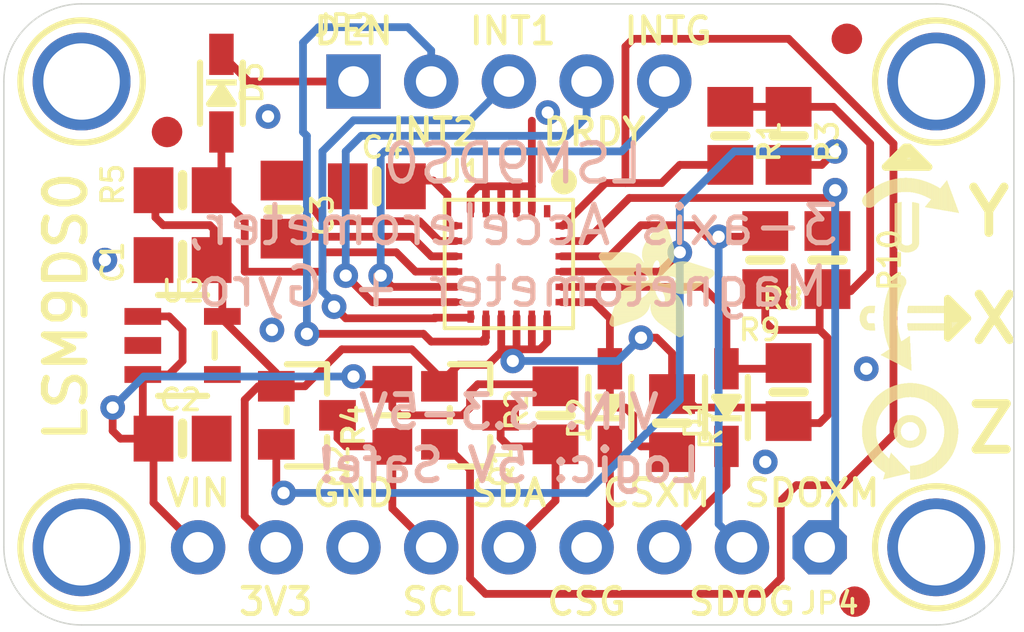
<source format=kicad_pcb>
(kicad_pcb (version 20211014) (generator pcbnew)
  (layers (0 "F.Cu" signal) (31 "B.Cu" signal) (34 "B.Paste" user) (35 "F.Paste" user) (36 "B.SilkS" user "B.Silkscreen") (37 "F.SilkS" user "F.Silkscreen") (38 "B.Mask" user) (39 "F.Mask" user) (44 "Edge.Cuts" user))
  (net 0 "")
  (net 1 "GND")
  (net 2 "VDD")
  (net 3 "SCL_3V")
  (net 4 "SDA_3V")
  (net 5 "SDA_5V")
  (net 6 "SCL_5V")
  (net 7 "VIN")
  (net 8 "DEN_5V")
  (net 9 "DEN_3V")
  (net 10 "CS_G")
  (net 11 "CS_XM")
  (net 12 "SDO_XM")
  (net 13 "SDO_G")
  (net 14 "INT_G")
  (net 15 "DRDY_G")
  (net 16 "INT1_XM")
  (net 17 "INT2_XM")
  (net 18 "N$1")
  (net 19 "N$2")
  (net 20 "N$3")
  (net 21 "CS_G_5V")
  (net 22 "CS_XM_5V")
  (footprint "boardEagle:1X09_ROUND_70" (layer "F.Cu") (at 148.5011 112.6236 180)
    (fp_text reference "JP4" (at -11.5062 -1.8288) (layer "F.SilkS") (effects (font (size 0.692831 0.692831) (thickness 0.119969)) (justify right)))
    (fp_text value "PowerIO")
    (pad "1" thru_hole roundrect (at -10.16 0 270) (size 1.778 1.778) (drill 1) (layers *.Cu *.Mask) (chamfer_ratio 0.2928932188) (chamfer top_left top_right bottom_left bottom_right) (net 12 "SDO_XM"))
    (pad "2" thru_hole circle (at -7.62 0 270) (size 1.778 1.778) (drill 1) (layers *.Cu *.Mask) (net 13 "SDO_G"))
    (pad "3" thru_hole circle (at -5.08 0 270) (size 1.778 1.778) (drill 1) (layers *.Cu *.Mask) (net 22 "CS_XM_5V"))
    (pad "4" thru_hole circle (at -2.54 0 270) (size 1.778 1.778) (drill 1) (layers *.Cu *.Mask) (net 21 "CS_G_5V"))
    (pad "5" thru_hole circle (at 0 0 270) (size 1.778 1.778) (drill 1) (layers *.Cu *.Mask) (net 5 "SDA_5V"))
    (pad "6" thru_hole circle (at 2.54 0 270) (size 1.778 1.778) (drill 1) (layers *.Cu *.Mask) (net 6 "SCL_5V"))
    (pad "7" thru_hole circle (at 5.08 0 270) (size 1.778 1.778) (drill 1) (layers *.Cu *.Mask) (net 1 "GND"))
    (pad "8" thru_hole circle (at 7.62 0 270) (size 1.778 1.778) (drill 1) (layers *.Cu *.Mask) (net 2 "VDD"))
    (pad "9" thru_hole circle (at 10.16 0 270) (size 1.778 1.778) (drill 1) (layers *.Cu *.Mask) (net 7 "VIN"))
  )
  (footprint "boardEagle:FIDUCIAL_1MM" (layer "F.Cu") (at 137.3251 99.0346)
    (fp_text reference "FID1" hide)
    (fp_text value "FIDUCIAL\"\"" hide)
    (pad "1" smd roundrect (at 0 0) (size 1 1) (layers "F.Cu" "F.Mask") (roundrect_rratio 0.5))
  )
  (footprint "boardEagle:LGA24_4X4MM" (layer "F.Cu") (at 148.5011 103.3526 180)
    (fp_text reference "U1" (at 0.794 3.034) (layer "F.SilkS") (effects (font (size 0.692831 0.692831) (thickness 0.119969)) (justify right)))
    (fp_text value "LSM9DS0TR")
    (pad "1" smd rect (at -1.25 1.725 270) (size 0.4 0.21) (layers "F.Cu" "F.Paste" "F.Mask"))
    (pad "2" smd rect (at -0.75 1.725 270) (size 0.4 0.21) (layers "F.Cu" "F.Paste" "F.Mask") (net 1 "GND"))
    (pad "3" smd rect (at -0.25 1.725 270) (size 0.4 0.21) (layers "F.Cu" "F.Paste" "F.Mask") (net 1 "GND"))
    (pad "4" smd rect (at 0.25 1.725 270) (size 0.4 0.21) (layers "F.Cu" "F.Paste" "F.Mask") (net 1 "GND"))
    (pad "5" smd rect (at 0.75 1.725 270) (size 0.4 0.21) (layers "F.Cu" "F.Paste" "F.Mask") (net 1 "GND"))
    (pad "6" smd rect (at 1.25 1.725 270) (size 0.4 0.21) (layers "F.Cu" "F.Paste" "F.Mask") (net 1 "GND"))
    (pad "7" smd rect (at 1.725 1.25) (size 0.4 0.21) (layers "F.Cu" "F.Paste" "F.Mask") (net 20 "N$3"))
    (pad "8" smd rect (at 1.725 0.75) (size 0.4 0.21) (layers "F.Cu" "F.Paste" "F.Mask") (net 18 "N$1"))
    (pad "9" smd rect (at 1.725 0.25) (size 0.4 0.21) (layers "F.Cu" "F.Paste" "F.Mask") (net 19 "N$2"))
    (pad "10" smd rect (at 1.725 -0.25) (size 0.4 0.21) (layers "F.Cu" "F.Paste" "F.Mask") (net 9 "DEN_3V"))
    (pad "11" smd rect (at 1.725 -0.75) (size 0.4 0.21) (layers "F.Cu" "F.Paste" "F.Mask") (net 14 "INT_G"))
    (pad "12" smd rect (at 1.725 -1.25) (size 0.4 0.21) (layers "F.Cu" "F.Paste" "F.Mask") (net 15 "DRDY_G"))
    (pad "13" smd rect (at 1.25 -1.725 90) (size 0.4 0.21) (layers "F.Cu" "F.Paste" "F.Mask") (net 16 "INT1_XM"))
    (pad "14" smd rect (at 0.75 -1.725 90) (size 0.4 0.21) (layers "F.Cu" "F.Paste" "F.Mask") (net 17 "INT2_XM"))
    (pad "15" smd rect (at 0.25 -1.725 90) (size 0.4 0.21) (layers "F.Cu" "F.Paste" "F.Mask") (net 2 "VDD"))
    (pad "16" smd rect (at -0.25 -1.725 90) (size 0.4 0.21) (layers "F.Cu" "F.Paste" "F.Mask") (net 2 "VDD"))
    (pad "17" smd rect (at -0.75 -1.725 90) (size 0.4 0.21) (layers "F.Cu" "F.Paste" "F.Mask") (net 2 "VDD"))
    (pad "18" smd rect (at -1.25 -1.725 90) (size 0.4 0.21) (layers "F.Cu" "F.Paste" "F.Mask") (net 2 "VDD"))
    (pad "19" smd rect (at -1.725 -1.25 180) (size 0.4 0.21) (layers "F.Cu" "F.Paste" "F.Mask") (net 10 "CS_G"))
    (pad "20" smd rect (at -1.725 -0.75 180) (size 0.4 0.21) (layers "F.Cu" "F.Paste" "F.Mask") (net 11 "CS_XM"))
    (pad "21" smd rect (at -1.725 -0.25 180) (size 0.4 0.21) (layers "F.Cu" "F.Paste" "F.Mask") (net 3 "SCL_3V"))
    (pad "22" smd rect (at -1.725 0.25 180) (size 0.4 0.21) (layers "F.Cu" "F.Paste" "F.Mask") (net 13 "SDO_G"))
    (pad "23" smd rect (at -1.725 0.75 180) (size 0.4 0.21) (layers "F.Cu" "F.Paste" "F.Mask") (net 12 "SDO_XM"))
    (pad "24" smd rect (at -1.725 1.25 180) (size 0.4 0.21) (layers "F.Cu" "F.Paste" "F.Mask") (net 4 "SDA_3V"))
  )
  (footprint "boardEagle:0805-NO" (layer "F.Cu") (at 137.8331 100.9396 180)
    (fp_text reference "R5" (at 2.286 -0.5715 90) (layer "F.SilkS") (effects (font (size 0.692831 0.692831) (thickness 0.119969)) (justify left)))
    (fp_text value "10K")
    (pad "1" smd rect (at -0.95 0 180) (size 1.3 1.5) (layers "F.Cu" "F.Paste" "F.Mask") (net 9 "DEN_3V"))
    (pad "2" smd rect (at 0.95 0 180) (size 1.3 1.5) (layers "F.Cu" "F.Paste" "F.Mask") (net 2 "VDD"))
  )
  (footprint "boardEagle:SYMBOL_GYROXYZ_YREV_10MM" (layer "F.Cu") (at 159.9311 100.1776 -90)
    (fp_text reference "U$14" hide)
    (fp_text value "" hide)
  )
  (footprint "boardEagle:MOUNTINGHOLE_2.5_PLATED" (layer "F.Cu") (at 134.5311 97.3836)
    (fp_text reference "U$7" hide)
    (fp_text value "MOUNTINGHOLE2.5" hide)
    (pad "P$1" thru_hole circle (at 0 0) (size 3.2 3.2) (drill 2.5) (layers *.Cu *.Mask))
  )
  (footprint "boardEagle:SOD-323" (layer "F.Cu") (at 151.8031 108.0516 90)
    (fp_text reference "D2" (at -1.1 -1 90) (layer "F.SilkS") (effects (font (size 0.692831 0.692831) (thickness 0.119969)) (justify left)))
    (fp_text value "1N4148")
    (pad "A" smd rect (at 1.27 0 90) (size 1.35 0.8) (layers "F.Cu" "F.Paste" "F.Mask") (net 10 "CS_G"))
    (pad "C" smd rect (at -1.27 0 90) (size 1.35 0.8) (layers "F.Cu" "F.Paste" "F.Mask") (net 21 "CS_G_5V"))
  )
  (footprint "boardEagle:0805-NO" (layer "F.Cu") (at 150.0251 108.3056 90)
    (fp_text reference "R2" (at -0.5715 -1.27 90) (layer "F.SilkS") (effects (font (size 0.692831 0.692831) (thickness 0.119969)) (justify left)))
    (fp_text value "10K")
    (pad "1" smd rect (at -0.95 0 90) (size 1.3 1.5) (layers "F.Cu" "F.Paste" "F.Mask") (net 5 "SDA_5V"))
    (pad "2" smd rect (at 0.95 0 90) (size 1.3 1.5) (layers "F.Cu" "F.Paste" "F.Mask") (net 7 "VIN"))
  )
  (footprint "boardEagle:0805-NO" (layer "F.Cu") (at 157.6451 107.5436 90)
    (fp_text reference "R8" (at 3.048 0.5715) (layer "F.SilkS") (effects (font (size 0.692831 0.692831) (thickness 0.119969)) (justify right)))
    (fp_text value "10K")
    (pad "1" smd rect (at -0.95 0 90) (size 1.3 1.5) (layers "F.Cu" "F.Paste" "F.Mask") (net 2 "VDD"))
    (pad "2" smd rect (at 0.95 0 90) (size 1.3 1.5) (layers "F.Cu" "F.Paste" "F.Mask") (net 11 "CS_XM"))
  )
  (footprint "boardEagle:0805-NO" (layer "F.Cu") (at 137.8331 103.2256 180)
    (fp_text reference "C1" (at 2.286 -0.8255 90) (layer "F.SilkS") (effects (font (size 0.692831 0.692831) (thickness 0.119969)) (justify left)))
    (fp_text value "10µF")
    (pad "1" smd rect (at -0.95 0 180) (size 1.3 1.5) (layers "F.Cu" "F.Paste" "F.Mask") (net 2 "VDD"))
    (pad "2" smd rect (at 0.95 0 180) (size 1.3 1.5) (layers "F.Cu" "F.Paste" "F.Mask") (net 1 "GND"))
  )
  (footprint "boardEagle:SOD-323" (layer "F.Cu") (at 139.1031 97.7646 -90)
    (fp_text reference "D3" (at -1.1 -1 90) (layer "F.SilkS") (effects (font (size 0.692831 0.692831) (thickness 0.119969)) (justify right)))
    (fp_text value "1N4148")
    (pad "A" smd rect (at 1.27 0 270) (size 1.35 0.8) (layers "F.Cu" "F.Paste" "F.Mask") (net 9 "DEN_3V"))
    (pad "C" smd rect (at -1.27 0 270) (size 1.35 0.8) (layers "F.Cu" "F.Paste" "F.Mask") (net 8 "DEN_5V"))
  )
  (footprint "boardEagle:0805-NO" (layer "F.Cu") (at 144.1831 100.8126 180)
    (fp_text reference "C4" (at 0.5715 1.27) (layer "F.SilkS") (effects (font (size 0.692831 0.692831) (thickness 0.119969)) (justify left)))
    (fp_text value "10uF")
    (pad "1" smd rect (at -0.95 0 180) (size 1.3 1.5) (layers "F.Cu" "F.Paste" "F.Mask") (net 20 "N$3"))
    (pad "2" smd rect (at 0.95 0 180) (size 1.3 1.5) (layers "F.Cu" "F.Paste" "F.Mask") (net 1 "GND"))
  )
  (footprint "boardEagle:1X05_ROUND_70" (layer "F.Cu") (at 148.5011 97.3836)
    (fp_text reference "JP2" (at -6.4262 -1.8288) (layer "F.SilkS") (effects (font (size 0.692831 0.692831) (thickness 0.119969)) (justify left)))
    (fp_text value "")
    (pad "1" thru_hole rect (at -5.08 0 90) (size 1.778 1.778) (drill 1) (layers *.Cu *.Mask) (net 8 "DEN_5V"))
    (pad "2" thru_hole circle (at -2.54 0 90) (size 1.778 1.778) (drill 1) (layers *.Cu *.Mask) (net 17 "INT2_XM"))
    (pad "3" thru_hole circle (at 0 0 90) (size 1.778 1.778) (drill 1) (layers *.Cu *.Mask) (net 16 "INT1_XM"))
    (pad "4" thru_hole circle (at 2.54 0 90) (size 1.778 1.778) (drill 1) (layers *.Cu *.Mask) (net 15 "DRDY_G"))
    (pad "5" thru_hole circle (at 5.08 0 90) (size 1.778 1.778) (drill 1) (layers *.Cu *.Mask) (net 14 "INT_G"))
  )
  (footprint "boardEagle:FIDUCIAL_1MM" (layer "F.Cu") (at 159.5501 95.9866)
    (fp_text reference "FID3" hide)
    (fp_text value "FIDUCIAL\"\"" hide)
    (pad "1" smd roundrect (at 0 0) (size 1 1) (layers "F.Cu" "F.Mask") (roundrect_rratio 0.5))
  )
  (footprint "boardEagle:MOUNTINGHOLE_2.5_PLATED" (layer "F.Cu") (at 162.4711 97.3836)
    (fp_text reference "U$6" hide)
    (fp_text value "MOUNTINGHOLE2.5" hide)
    (pad "P$1" thru_hole circle (at 0 0) (size 3.2 3.2) (drill 2.5) (layers *.Cu *.Mask))
  )
  (footprint "boardEagle:0805-NO" (layer "F.Cu") (at 141.1351 101.5746 -90)
    (fp_text reference "C3" (at -0.5715 -1.27 90) (layer "F.SilkS") (effects (font (size 0.692831 0.692831) (thickness 0.119969)) (justify right)))
    (fp_text value "0.22uF")
    (pad "1" smd rect (at -0.95 0 270) (size 1.3 1.5) (layers "F.Cu" "F.Paste" "F.Mask") (net 18 "N$1"))
    (pad "2" smd rect (at 0.95 0 270) (size 1.3 1.5) (layers "F.Cu" "F.Paste" "F.Mask") (net 19 "N$2"))
  )
  (footprint "boardEagle:SOT23-WIDE" (layer "F.Cu") (at 141.8971 108.3056 -90)
    (fp_text reference "Q2" (at 0.889 -1.016 90) (layer "F.SilkS") (effects (font (size 0.692831 0.692831) (thickness 0.119969)) (justify right)))
    (fp_text value "BSS138")
    (pad "1" smd rect (at -0.95 1 270) (size 1 1.2) (layers "F.Cu" "F.Paste" "F.Mask") (net 2 "VDD"))
    (pad "2" smd rect (at 0.95 1 270) (size 1 1.2) (layers "F.Cu" "F.Paste" "F.Mask") (net 3 "SCL_3V"))
    (pad "3" smd rect (at 0 -1 270) (size 1 1.2) (layers "F.Cu" "F.Paste" "F.Mask") (net 6 "SCL_5V"))
  )
  (footprint "boardEagle:SOD-323" (layer "F.Cu") (at 155.6131 108.0516 90)
    (fp_text reference "D1" (at -1.1 -1 90) (layer "F.SilkS") (effects (font (size 0.692831 0.692831) (thickness 0.119969)) (justify left)))
    (fp_text value "1N4148")
    (pad "A" smd rect (at 1.27 0 90) (size 1.35 0.8) (layers "F.Cu" "F.Paste" "F.Mask") (net 11 "CS_XM"))
    (pad "C" smd rect (at -1.27 0 90) (size 1.35 0.8) (layers "F.Cu" "F.Paste" "F.Mask") (net 22 "CS_XM_5V"))
  )
  (footprint "boardEagle:FIDUCIAL_1MM" (layer "F.Cu") (at 159.8041 114.4016)
    (fp_text reference "FID2" hide)
    (fp_text value "FIDUCIAL\"\"" hide)
    (pad "1" smd roundrect (at 0 0) (size 1 1) (layers "F.Cu" "F.Mask") (roundrect_rratio 0.5))
  )
  (footprint "boardEagle:0805-NO" (layer "F.Cu") (at 157.6451 99.1616 90)
    (fp_text reference "R3" (at 0.5715 1.27 90) (layer "F.SilkS") (effects (font (size 0.692831 0.692831) (thickness 0.119969)) (justify right)))
    (fp_text value "10K")
    (pad "1" smd rect (at -0.95 0 90) (size 1.3 1.5) (layers "F.Cu" "F.Paste" "F.Mask") (net 3 "SCL_3V"))
    (pad "2" smd rect (at 0.95 0 90) (size 1.3 1.5) (layers "F.Cu" "F.Paste" "F.Mask") (net 2 "VDD"))
  )
  (footprint "boardEagle:ADAFRUIT_3.5MM" (layer "F.Cu") (at 151.4221 105.7656)
    (fp_text reference "U$23" hide)
    (fp_text value "" hide)
  )
  (footprint "boardEagle:MOUNTINGHOLE_2.5_PLATED" (layer "F.Cu") (at 162.4711 112.6236)
    (fp_text reference "U$5" hide)
    (fp_text value "MOUNTINGHOLE2.5" hide)
    (pad "P$1" thru_hole circle (at 0 0) (size 3.2 3.2) (drill 2.5) (layers *.Cu *.Mask))
  )
  (footprint "boardEagle:_0805MP" (layer "F.Cu") (at 144.6911 108.3056 90)
    (fp_text reference "R4" (at -1.0795 -1.27 90) (layer "F.SilkS") (effects (font (size 0.692831 0.692831) (thickness 0.119969)) (justify left)))
    (fp_text value "10K")
    (pad "1" smd rect (at -1.016 0 90) (size 1.2 1.3) (layers "F.Cu" "F.Paste" "F.Mask") (net 6 "SCL_5V"))
    (pad "2" smd rect (at 1.016 0 90) (size 1.2 1.3) (layers "F.Cu" "F.Paste" "F.Mask") (net 7 "VIN"))
  )
  (footprint "boardEagle:MOUNTINGHOLE_2.5_PLATED" (layer "F.Cu") (at 134.5311 112.6236)
    (fp_text reference "U$4" hide)
    (fp_text value "MOUNTINGHOLE2.5" hide)
    (pad "P$1" thru_hole circle (at 0 0) (size 3.2 3.2) (drill 2.5) (layers *.Cu *.Mask))
  )
  (footprint "boardEagle:SOT23-WIDE" (layer "F.Cu") (at 147.2311 108.3056 -90)
    (fp_text reference "Q1" (at 0.889 -1.016 90) (layer "F.SilkS") (effects (font (size 0.692831 0.692831) (thickness 0.119969)) (justify right)))
    (fp_text value "BSS138")
    (pad "1" smd rect (at -0.95 1 270) (size 1 1.2) (layers "F.Cu" "F.Paste" "F.Mask") (net 2 "VDD"))
    (pad "2" smd rect (at 0.95 1 270) (size 1 1.2) (layers "F.Cu" "F.Paste" "F.Mask") (net 4 "SDA_3V"))
    (pad "3" smd rect (at 0 -1 270) (size 1 1.2) (layers "F.Cu" "F.Paste" "F.Mask") (net 5 "SDA_5V"))
  )
  (footprint "boardEagle:0805-NO" (layer "F.Cu") (at 137.8331 109.0676)
    (fp_text reference "C2" (at -0.8255 -1.27) (layer "F.SilkS") (effects (font (size 0.692831 0.692831) (thickness 0.119969)) (justify left)))
    (fp_text value "10µF")
    (pad "1" smd rect (at -0.95 0) (size 1.3 1.5) (layers "F.Cu" "F.Paste" "F.Mask") (net 7 "VIN"))
    (pad "2" smd rect (at 0.95 0) (size 1.3 1.5) (layers "F.Cu" "F.Paste" "F.Mask") (net 1 "GND"))
  )
  (footprint "boardEagle:SOT23-5" (layer "F.Cu") (at 137.8331 106.0196 -90)
    (fp_text reference "U2" (at -1.778 0.762) (layer "F.SilkS") (effects (font (size 0.692831 0.692831) (thickness 0.119969)) (justify left)))
    (fp_text value "MIC5225-3.3")
    (pad "1" smd rect (at -0.95 1.3001 270) (size 0.55 1.2) (layers "F.Cu" "F.Paste" "F.Mask") (net 7 "VIN"))
    (pad "2" smd rect (at 0 1.3001 270) (size 0.55 1.2) (layers "F.Cu" "F.Paste" "F.Mask") (net 1 "GND"))
    (pad "3" smd rect (at 0.95 1.3001 270) (size 0.55 1.2) (layers "F.Cu" "F.Paste" "F.Mask") (net 7 "VIN"))
    (pad "4" smd rect (at 0.95 -1.3001 270) (size 0.55 1.2) (layers "F.Cu" "F.Paste" "F.Mask"))
    (pad "5" smd rect (at -0.95 -1.3001 270) (size 0.55 1.2) (layers "F.Cu" "F.Paste" "F.Mask") (net 2 "VDD"))
  )
  (footprint "boardEagle:0805-NO" (layer "F.Cu") (at 156.8831 103.2256 90)
    (fp_text reference "R9" (at -2.286 0.5715) (layer "F.SilkS") (effects (font (size 0.692831 0.692831) (thickness 0.119969)) (justify right)))
    (fp_text value "10K")
    (pad "1" smd rect (at -0.95 0 90) (size 1.3 1.5) (layers "F.Cu" "F.Paste" "F.Mask") (net 2 "VDD"))
    (pad "2" smd rect (at 0.95 0 90) (size 1.3 1.5) (layers "F.Cu" "F.Paste" "F.Mask") (net 13 "SDO_G"))
  )
  (footprint "boardEagle:0805-NO" (layer "F.Cu") (at 153.8351 108.5596 -90)
    (fp_text reference "R7" (at -0.5715 -1.27 90) (layer "F.SilkS") (effects (font (size 0.692831 0.692831) (thickness 0.119969)) (justify right)))
    (fp_text value "10K")
    (pad "1" smd rect (at -0.95 0 270) (size 1.3 1.5) (layers "F.Cu" "F.Paste" "F.Mask") (net 2 "VDD"))
    (pad "2" smd rect (at 0.95 0 270) (size 1.3 1.5) (layers "F.Cu" "F.Paste" "F.Mask") (net 10 "CS_G"))
  )
  (footprint "boardEagle:0805-NO" (layer "F.Cu") (at 158.9151 103.2256 90)
    (fp_text reference "R10" (at -1.0795 2.032 90) (layer "F.SilkS") (effects (font (size 0.692831 0.692831) (thickness 0.119969)) (justify left)))
    (fp_text value "10K")
    (pad "1" smd rect (at -0.95 0 90) (size 1.3 1.5) (layers "F.Cu" "F.Paste" "F.Mask") (net 2 "VDD"))
    (pad "2" smd rect (at 0.95 0 90) (size 1.3 1.5) (layers "F.Cu" "F.Paste" "F.Mask") (net 12 "SDO_XM"))
  )
  (footprint "boardEagle:0805-NO" (layer "F.Cu") (at 155.7401 99.1616 90)
    (fp_text reference "R1" (at 0.5715 1.27 90) (layer "F.SilkS") (effects (font (size 0.692831 0.692831) (thickness 0.119969)) (justify right)))
    (fp_text value "10K")
    (pad "1" smd rect (at -0.95 0 90) (size 1.3 1.5) (layers "F.Cu" "F.Paste" "F.Mask") (net 4 "SDA_3V"))
    (pad "2" smd rect (at 0.95 0 90) (size 1.3 1.5) (layers "F.Cu" "F.Paste" "F.Mask") (net 2 "VDD"))
  )
  (gr_line (start 162.8521 104.4956) (end 162.8521 104.7496) (layer "F.SilkS") (width 0.254))
  (gr_line (start 161.0741 100.0506) (end 161.2011 100.0506) (layer "F.SilkS") (width 0.254))
  (gr_line (start 162.8521 105.7656) (end 163.4871 105.1306) (layer "F.SilkS") (width 0.254))
  (gr_line (start 162.8521 104.7496) (end 162.8521 105.7656) (layer "F.SilkS") (width 0.254))
  (gr_line (start 161.4551 99.5426) (end 160.8201 100.1776) (layer "F.SilkS") (width 0.254))
  (gr_line (start 161.5821 99.6696) (end 161.2011 100.0506) (layer "F.SilkS") (width 0.254))
  (gr_line (start 162.8521 104.7496) (end 163.2331 105.1306) (layer "F.SilkS") (width 0.254))
  (gr_line (start 161.5821 99.5426) (end 161.4551 99.5426) (layer "F.SilkS") (width 0.254))
  (gr_line (start 161.2011 100.0506) (end 161.8361 100.0506) (layer "F.SilkS") (width 0.254))
  (gr_line (start 163.2331 105.1306) (end 162.9791 105.1306) (layer "F.SilkS") (width 0.254))
  (gr_line (start 162.2171 100.1776) (end 161.5821 99.5426) (layer "F.SilkS") (width 0.254))
  (gr_line (start 161.8361 99.9236) (end 161.5821 99.6696) (layer "F.SilkS") (width 0.254))
  (gr_line (start 163.4871 105.1306) (end 162.8521 104.4956) (layer "F.SilkS") (width 0.254))
  (gr_line (start 161.8361 100.0506) (end 161.8361 99.9236) (layer "F.SilkS") (width 0.254))
  (gr_line (start 160.8201 100.1776) (end 162.2171 100.1776) (layer "F.SilkS") (width 0.254))
  (gr_line (start 165.0111 97.3836) (end 165.0111 112.6236) (layer "Edge.Cuts") (width 0.05))
  (gr_arc (start 162.4711 94.8436) (mid 164.267151 95.587549) (end 165.0111 97.3836) (layer "Edge.Cuts") (width 0.05))
  (gr_line (start 134.5311 94.8436) (end 162.4711 94.8436) (layer "Edge.Cuts") (width 0.05))
  (gr_arc (start 134.5311 115.1636) (mid 132.735049 114.419651) (end 131.9911 112.6236) (layer "Edge.Cuts") (width 0.05))
  (gr_arc (start 131.9911 97.3836) (mid 132.735049 95.587549) (end 134.5311 94.8436) (layer "Edge.Cuts") (width 0.05))
  (gr_line (start 131.9911 112.6236) (end 131.9911 97.3836) (layer "Edge.Cuts") (width 0.05))
  (gr_line (start 162.4711 115.1636) (end 134.5311 115.1636) (layer "Edge.Cuts") (width 0.05))
  (gr_arc (start 165.0111 112.6236) (mid 164.267151 114.419651) (end 162.4711 115.1636) (layer "Edge.Cuts") (width 0.05))
  (gr_text "VIN: 3.3-5V\nLogic: 5V Safe!" (at 148.5011 109.0676) (layer "B.SilkS") (effects (font (size 1.0795 1.0795) (thickness 0.1905)) (justify mirror)))
  (gr_text "LSM9DS0\n3-axis Accelerometer,\nMagnetometer + Gyro" (at 148.6281 102.0826) (layer "B.SilkS") (effects (font (size 1.251712 1.251712) (thickness 0.170688)) (justify mirror)))
  (gr_text "INT2" (at 146.0881 99.0346) (layer "F.SilkS") (effects (font (size 0.8636 0.8636) (thickness 0.1524))))
  (gr_text "DRDY" (at 151.2951 99.0346) (layer "F.SilkS") (effects (font (size 0.8636 0.8636) (thickness 0.1524))))
  (gr_text "DEN" (at 143.4211 95.7326) (layer "F.SilkS") (effects (font (size 0.8636 0.8636) (thickness 0.1524))))
  (gr_text "CSG" (at 151.0411 114.4016) (layer "F.SilkS") (effects (font (size 0.8636 0.8636) (thickness 0.1524))))
  (gr_text "CSXM" (at 153.3271 110.8456) (layer "F.SilkS") (effects (font (size 0.8636 0.8636) (thickness 0.1524))))
  (gr_text "SDA" (at 148.5011 110.8456) (layer "F.SilkS") (effects (font (size 0.8636 0.8636) (thickness 0.1524))))
  (gr_text "X" (at 164.3701 105.1556) (layer "F.SilkS") (effects (font (size 1.49352 1.49352) (thickness 0.28448))))
  (gr_text "Z" (at 164.2691 108.7386) (layer "F.SilkS") (effects (font (size 1.49352 1.49352) (thickness 0.28448))))
  (gr_text "SCL" (at 146.2151 114.4016) (layer "F.SilkS") (effects (font (size 0.8636 0.8636) (thickness 0.1524))))
  (gr_text "SDOG" (at 156.1211 114.4016) (layer "F.SilkS") (effects (font (size 0.8636 0.8636) (thickness 0.1524))))
  (gr_text "Y" (at 164.1921 101.6496) (layer "F.SilkS") (effects (font (size 1.49352 1.49352) (thickness 0.28448))))
  (gr_text "INTG" (at 153.7081 95.7326) (layer "F.SilkS") (effects (font (size 0.8636 0.8636) (thickness 0.1524))))
  (gr_text "3V3" (at 140.8811 114.4016) (layer "F.SilkS") (effects (font (size 0.8636 0.8636) (thickness 0.1524))))
  (gr_text "GND" (at 143.4211 110.8456) (layer "F.SilkS") (effects (font (size 0.8636 0.8636) (thickness 0.1524))))
  (gr_text "LSM9DS0" (at 134.0231 104.7496 90) (layer "F.SilkS") (effects (font (size 1.2954 1.2954) (thickness 0.2286))))
  (gr_text "VIN" (at 138.3411 110.8456) (layer "F.SilkS") (effects (font (size 0.8636 0.8636) (thickness 0.1524))))
  (gr_text "INT1" (at 148.6281 95.7326) (layer "F.SilkS") (effects (font (size 0.8636 0.8636) (thickness 0.1524))))
  (gr_text "SDOXM" (at 158.4071 110.8456) (layer "F.SilkS") (effects (font (size 0.8636 0.8636) (thickness 0.1524))))
  (segment (start 147.7511 100.8246) (end 147.7391 100.8126) (width 0.254) (layer "F.Cu") (net 1))
  (segment (start 148.7511 100.8166) (end 148.7551 100.8126) (width 0.254) (layer "F.Cu") (net 1))
  (segment (start 147.7511 101.6276) (end 147.7511 100.8246) (width 0.254) (layer "F.Cu") (net 1))
  (segment (start 149.2511 100.8126) (end 149.2511 98.6656) (width 0.254) (layer "F.Cu") (net 1))
  (segment (start 149.2511 101.6276) (end 149.2511 100.8126) (width 0.254) (layer "F.Cu") (net 1))
  (segment (start 148.2511 100.8166) (end 148.2471 100.8126) (width 0.254) (layer "F.Cu") (net 1))
  (segment (start 148.7511 101.6276) (end 148.7511 100.8166) (width 0.254) (layer "F.Cu") (net 1))
  (segment (start 147.4851 100.8126) (end 147.7391 100.8126) (width 0.254) (layer "F.Cu") (net 1))
  (segment (start 148.7551 100.8126) (end 149.2511 100.8126) (width 0.254) (layer "F.Cu") (net 1))
  (segment (start 147.2511 101.0466) (end 147.4851 100.8126) (width 0.254) (layer "F.Cu") (net 1))
  (segment (start 148.2471 100.8126) (end 148.7551 100.8126) (width 0.254) (layer "F.Cu") (net 1))
  (segment (start 147.7391 100.8126) (end 148.2471 100.8126) (width 0.254) (layer "F.Cu") (net 1))
  (segment (start 148.2511 101.6276) (end 148.2511 100.8166) (width 0.254) (layer "F.Cu") (net 1))
  (segment (start 147.2511 101.6276) (end 147.2511 101.0466) (width 0.254) (layer "F.Cu") (net 1))
  (via (at 135.2931 103.2256) (size 0.8064) (drill 0.4) (layers "F.Cu" "B.Cu") (net 1))
  (via (at 160.1851 106.7816) (size 0.8064) (drill 0.4) (layers "F.Cu" "B.Cu") (net 1))
  (via (at 149.7711 98.3996) (size 0.8064) (drill 0.4) (layers "F.Cu" "B.Cu") (net 1))
  (via (at 140.7541 105.5116) (size 0.8064) (drill 0.4) (layers "F.Cu" "B.Cu") (net 1))
  (via (at 156.8831 109.8296) (size 0.8064) (drill 0.4) (layers "F.Cu" "B.Cu") (net 1))
  (via (at 140.6271 98.5266) (size 0.8064) (drill 0.4) (layers "F.Cu" "B.Cu") (net 1))
  (segment (start 158.9151 108.3056) (end 158.6611 108.5596) (width 0.254) (layer "F.Cu") (net 2))
  (segment (start 158.6611 104.4296) (end 158.9151 104.1756) (width 0.254) (layer "F.Cu") (net 2))
  (segment (start 160.3121 99.4156) (end 160.3121 103.6066) (width 0.254) (layer "F.Cu") (net 2))
  (segment (start 159.6771 104.2416) (end 158.9811 104.2416) (width 0.254) (layer "F.Cu") (net 2))
  (segment (start 140.8811 106.9086) (end 139.1332 105.1607) (width 0.254) (layer "F.Cu") (net 2))
  (segment (start 157.2031 108.0516) (end 157.6451 108.4936) (width 0.254) (layer "F.Cu") (net 2))
  (segment (start 153.3271 105.7656) (end 152.8191 105.7656) (width 0.254) (layer "F.Cu") (net 2))
  (segment (start 136.9441 101.8286) (end 136.9441 101.0006) (width 0.254) (layer "F.Cu") (net 2))
  (segment (start 156.8831 105.2576) (end 157.1371 105.5116) (width 0.254) (layer "F.Cu") (net 2))
  (segment (start 146.2311 107.2736) (end 146.2311 107.3556) (width 0.254) (layer "F.Cu") (net 2))
  (segment (start 140.3071 107.3556) (end 139.8651 107.7976) (width 0.254) (layer "F.Cu") (net 2))
  (segment (start 140.8811 106.9086) (end 140.8811 107.3396) (width 0.254) (layer "F.Cu") (net 2))
  (segment (start 148.5541 106.5276) (end 148.6281 106.5276) (width 0.254) (layer "F.Cu") (net 2))
  (segment (start 146.8501 106.6546) (end 146.2311 107.2736) (width 0.254) (layer "F.Cu") (net 2))
  (segment (start 160.3121 103.6066) (end 159.6771 104.2416) (width 0.254) (layer "F.Cu") (net 2))
  (segment (start 148.2511 106.2246) (end 148.3291 106.1466) (width 0.254) (layer "F.Cu") (net 2))
  (segment (start 148.7511 106.5276) (end 148.6281 106.5276) (width 0.254) (layer "F.Cu") (net 2))
  (segment (start 153.8351 107.6096) (end 154.1551 107.6096) (width 0.254) (layer "F.Cu") (net 2))
  (segment (start 148.7511 105.0776) (end 148.7511 106.5276) (width 0.254) (layer "F.Cu") (net 2))
  (segment (start 149.7511 105.9126) (end 149.5171 106.1466) (width 0.254) (layer "F.Cu") (net 2))
  (segment (start 140.8971 107.3556) (end 141.8311 107.3556) (width 0.254) (layer "F.Cu") (net 2))
  (segment (start 138.8491 103.1596) (end 138.7831 103.2256) (width 0.254) (layer "F.Cu") (net 2))
  (segment (start 154.5971 108.0516) (end 157.2031 108.0516) (width 0.254) (layer "F.Cu") (net 2))
  (segment (start 149.5171 106.1466) (end 149.2631 106.1466) (width 0.254) (layer "F.Cu") (net 2))
  (segment (start 149.2511 105.0776) (end 149.2511 106.1346) (width 0.254) (layer "F.Cu") (net 2))
  (segment (start 141.8311 107.3556) (end 143.0401 106.1466) (width 0.254) (layer "F.Cu") (net 2))
  (segment (start 139.8651 107.7976) (end 139.8651 111.6076) (width 0.254) (layer "F.Cu") (net 2))
  (segment (start 159.1081 98.2116) (end 160.3121 99.4156) (width 0.254) (layer "F.Cu") (net 2))
  (segment (start 138.7221 102.0826) (end 137.1981 102.0826) (width 0.254) (layer "F.Cu") (net 2))
  (segment (start 137.1981 102.0826) (end 136.9441 101.8286) (width 0.254) (layer "F.Cu") (net 2))
  (segment (start 158.9811 104.2416) (end 158.9151 104.1756) (width 0.254) (layer "F.Cu") (net 2))
  (segment (start 154.1551 107.6096) (end 154.5971 108.0516) (width 0.254) (layer "F.Cu") (net 2))
  (segment (start 153.8351 106.2736) (end 153.8351 107.6096) (width 0.254) (layer "F.Cu") (net 2))
  (segment (start 148.3291 106.1466) (end 149.2631 106.1466) (width 0.254) (layer "F.Cu") (net 2))
  (segment (start 157.6451 98.2116) (end 159.1081 98.2116) (width 0.254) (layer "F.Cu") (net 2))
  (segment (start 149.2511 106.1346) (end 149.2631 106.1466) (width 0.254) (layer "F.Cu") (net 2))
  (segment (start 148.2511 106.2246) (end 147.8211 106.6546) (width 0.254) (layer "F.Cu") (net 2))
  (segment (start 145.3261 106.1466) (end 146.2311 107.0516) (width 0.254) (layer "F.Cu") (net 2))
  (segment (start 158.6611 108.5596) (end 157.7111 108.5596) (width 0.254) (layer "F.Cu") (net 2))
  (segment (start 158.9151 105.7656) (end 158.9151 108.3056) (width 0.254) (layer "F.Cu") (net 2))
  (segment (start 139.8651 111.6076) (end 140.8811 112.6236) (width 0.254) (layer "F.Cu") (net 2))
  (segment (start 156.8831 104.1756) (end 156.8831 105.2576) (width 0.254) (layer "F.Cu") (net 2))
  (segment (start 139.1332 105.0696) (end 139.1332 103.5757) (width 0.254) (layer "F.Cu") (net 2))
  (segment (start 158.6611 105.5116) (end 158.9151 105.7656) (width 0.254) (layer "F.Cu") (net 2))
  (segment (start 146.2971 107.2896) (end 146.2311 107.3556) (width 0.254) (layer "F.Cu") (net 2))
  (segment (start 146.2151 107.3396) (end 146.2311 107.3556) (width 0.254) (layer "F.Cu") (net 2))
  (segment (start 153.8351 106.2736) (end 153.3271 105.7656) (width 0.254) (layer "F.Cu") (net 2))
  (segment (start 136.9441 101.0006) (end 136.8831 100.9396) (width 0.254) (layer "F.Cu") (net 2))
  (segment (start 138.8491 103.1596) (end 138.8491 102.2096) (width 0.254) (layer "F.Cu") (net 2))
  (segment (start 140.8971 107.3556) (end 140.3071 107.3556) (width 0.254) (layer "F.Cu") (net 2))
  (segment (start 139.1332 103.5757) (end 138.7831 103.2256) (width 0.254) (layer "F.Cu") (net 2))
  (segment (start 138.8491 102.2096) (end 138.7221 102.0826) (width 0.254) (layer "F.Cu") (net 2))
  (segment (start 139.1332 105.1607) (end 139.1332 105.0696) (width 0.254) (layer "F.Cu") (net 2))
  (segment (start 147.8211 106.6546) (end 146.8501 106.6546) (width 0.254) (layer "F.Cu") (net 2))
  (segment (start 155.7401 98.2116) (end 157.6451 98.2116) (width 0.254) (layer "F.Cu") (net 2))
  (segment (start 143.0401 106.1466) (end 145.3261 106.1466) (width 0.254) (layer "F.Cu") (net 2))
  (segment (start 157.7111 108.5596) (end 157.6451 108.4936) (width 0.254) (layer "F.Cu") (net 2))
  (segment (start 140.8811 107.3396) (end 140.8971 107.3556) (width 0.254) (layer "F.Cu") (net 2))
  (segment (start 148.2511 106.2246) (end 148.5541 106.5276) (width 0.254) (layer "F.Cu") (net 2))
  (segment (start 149.7511 105.0776) (end 149.7511 105.9126) (width 0.254) (layer "F.Cu") (net 2))
  (segment (start 148.2511 105.0776) (end 148.2511 106.2246) (width 0.254) (layer "F.Cu") (net 2))
  (segment (start 146.2311 107.0516) (end 146.2311 107.3556) (width 0.254) (layer "F.Cu") (net 2))
  (segment (start 158.6611 105.5116) (end 158.6611 104.4296) (width 0.254) (layer "F.Cu") (net 2))
  (segment (start 157.1371 105.5116) (end 158.6611 105.5116) (width 0.254) (layer "F.Cu") (net 2))
  (via (at 152.8191 105.7656) (size 0.8064) (drill 0.4) (layers "F.Cu" "B.Cu") (net 2))
  (via (at 148.6281 106.5276) (size 0.8064) (drill 0.4) (layers "F.Cu" "B.Cu") (net 2))
  (segment (start 152.0571 106.5276) (end 148.6281 106.5276) (width 0.254) (layer "B.Cu") (net 2))
  (segment (start 152.8191 105.7656) (end 152.0571 106.5276) (width 0.254) (layer "B.Cu") (net 2))
  (segment (start 154.0811 102.9716) (end 154.0891 102.9716) (width 0.254) (layer "F.Cu") (net 3))
  (segment (start 150.2261 103.6026) (end 153.4501 103.6026) (width 0.254) (layer "F.Cu") (net 3))
  (segment (start 159.1691 99.6696) (end 158.7271 100.1116) (width 0.254) (layer "F.Cu") (net 3))
  (segment (start 158.7271 100.1116) (end 157.6451 100.1116) (width 0.254) (layer "F.Cu") (net 3))
  (segment (start 153.4501 103.6026) (end 154.0811 102.9716) (width 0.254) (layer "F.Cu") (net 3))
  (segment (start 140.8971 109.2556) (end 140.8971 110.6076) (width 0.254) (layer "F.Cu") (net 3))
  (segment (start 140.8971 110.6076) (end 141.1351 110.8456) (width 0.254) (layer "F.Cu") (net 3))
  (via (at 159.1691 99.6696) (size 0.8064) (drill 0.4) (layers "F.Cu" "B.Cu") (net 3))
  (via (at 141.1351 110.8456) (size 0.8064) (drill 0.4) (layers "F.Cu" "B.Cu") (net 3))
  (via (at 154.0891 102.9716) (size 0.8064) (drill 0.4) (layers "F.Cu" "B.Cu") (net 3))
  (segment (start 155.8671 99.6696) (end 159.1691 99.6696) (width 0.254) (layer "B.Cu") (net 3))
  (segment (start 151.0411 110.8456) (end 154.0891 107.7976) (width 0.254) (layer "B.Cu") (net 3))
  (segment (start 141.1351 110.8456) (end 151.0411 110.8456) (width 0.254) (layer "B.Cu") (net 3))
  (segment (start 154.0891 102.9716) (end 154.0891 101.4476) (width 0.254) (layer "B.Cu") (net 3))
  (segment (start 154.0891 101.4476) (end 155.8671 99.6696) (width 0.254) (layer "B.Cu") (net 3))
  (segment (start 154.0891 107.7976) (end 154.0891 102.9716) (width 0.254) (layer "B.Cu") (net 3))
  (segment (start 157.3911 111.0996) (end 157.8991 110.5916) (width 0.254) (layer "F.Cu") (net 4))
  (segment (start 151.6561 100.7056) (end 152.3111 100.7056) (width 0.254) (layer "F.Cu") (net 4))
  (segment (start 157.6451 95.9866) (end 152.5651 95.9866) (width 0.254) (layer "F.Cu") (net 4))
  (segment (start 152.3111 96.2406) (end 152.3111 100.7056) (width 0.254) (layer "F.Cu") (net 4))
  (segment (start 152.5651 95.9866) (end 152.3111 96.2406) (width 0.254) (layer "F.Cu") (net 4))
  (segment (start 157.8991 110.5916) (end 159.4231 110.5916) (width 0.254) (layer "F.Cu") (net 4))
  (segment (start 156.8831 114.1476) (end 157.3911 113.6396) (width 0.254) (layer "F.Cu") (net 4))
  (segment (start 153.4951 100.7056) (end 154.0891 100.1116) (width 0.254) (layer "F.Cu") (net 4))
  (segment (start 152.3111 100.7056) (end 153.4951 100.7056) (width 0.254) (layer "F.Cu") (net 4))
  (segment (start 146.2311 109.2556) (end 146.4031 109.2556) (width 0.254) (layer "F.Cu") (net 4))
  (segment (start 161.0741 108.9406) (end 161.0741 99.4156) (width 0.254) (layer "F.Cu") (net 4))
  (segment (start 147.2311 113.6396) (end 147.7391 114.1476) (width 0.254) (layer "F.Cu") (net 4))
  (segment (start 147.2311 110.0836) (end 147.2311 113.6396) (width 0.254) (layer "F.Cu") (net 4))
  (segment (start 157.3911 113.6396) (end 157.3911 111.0996) (width 0.254) (layer "F.Cu") (net 4))
  (segment (start 146.4031 109.2556) (end 147.2311 110.0836) (width 0.254) (layer "F.Cu") (net 4))
  (segment (start 159.4231 110.5916) (end 161.0741 108.9406) (width 0.254) (layer "F.Cu") (net 4))
  (segment (start 150.2591 102.1026) (end 151.6561 100.7056) (width 0.254) (layer "F.Cu") (net 4))
  (segment (start 147.7391 114.1476) (end 156.8831 114.1476) (width 0.254) (layer "F.Cu") (net 4))
  (segment (start 150.2261 102.1026) (end 150.2591 102.1026) (width 0.254) (layer "F.Cu") (net 4))
  (segment (start 154.0891 100.1116) (end 155.7401 100.1116) (width 0.254) (layer "F.Cu") (net 4))
  (segment (start 161.0741 99.4156) (end 157.6451 95.9866) (width 0.254) (layer "F.Cu") (net 4))
  (segment (start 148.2311 109.0516) (end 148.5011 109.3216) (width 0.254) (layer "F.Cu") (net 5))
  (segment (start 148.2311 108.3056) (end 148.2311 109.0516) (width 0.254) (layer "F.Cu") (net 5))
  (segment (start 149.9591 109.3216) (end 150.0251 109.2556) (width 0.254) (layer "F.Cu") (net 5))
  (segment (start 150.0251 111.0996) (end 148.5011 112.6236) (width 0.254) (layer "F.Cu") (net 5))
  (segment (start 150.0251 109.2556) (end 150.0251 111.0996) (width 0.254) (layer "F.Cu") (net 5))
  (segment (start 148.5011 109.3216) (end 149.9591 109.3216) (width 0.254) (layer "F.Cu") (net 5))
  (segment (start 142.8971 108.3056) (end 142.8971 109.0516) (width 0.254) (layer "F.Cu") (net 6))
  (segment (start 144.6911 109.3216) (end 144.6911 111.3536) (width 0.254) (layer "F.Cu") (net 6))
  (segment (start 144.6911 111.3536) (end 145.9611 112.6236) (width 0.254) (layer "F.Cu") (net 6))
  (segment (start 142.8971 109.0516) (end 143.1671 109.3216) (width 0.254) (layer "F.Cu") (net 6))
  (segment (start 143.1671 109.3216) (end 144.6911 109.3216) (width 0.254) (layer "F.Cu") (net 6))
  (segment (start 136.8831 109.0676) (end 136.8831 111.1656) (width 0.254) (layer "F.Cu") (net 7))
  (segment (start 144.6911 108.0516) (end 144.9451 108.3056) (width 0.254) (layer "F.Cu") (net 7))
  (segment (start 146.9771 108.3056) (end 147.2311 108.0516) (width 0.254) (layer "F.Cu") (net 7))
  (segment (start 144.6911 107.2896) (end 143.6751 107.2896) (width 0.254) (layer "F.Cu") (net 7))
  (segment (start 137.3911 105.0696) (end 137.8331 105.5116) (width 0.254) (layer "F.Cu") (net 7))
  (segment (start 147.2311 107.5436) (end 147.4851 107.2896) (width 0.254) (layer "F.Cu") (net 7))
  (segment (start 135.5471 108.0516) (end 135.5471 108.8136) (width 0.254) (layer "F.Cu") (net 7))
  (segment (start 143.6751 107.2896) (end 143.4211 107.0356) (width 0.254) (layer "F.Cu") (net 7))
  (segment (start 135.5471 108.8136) (end 135.8011 109.0676) (width 0.254) (layer "F.Cu") (net 7))
  (segment (start 144.6911 107.2896) (end 144.6911 108.0516) (width 0.254) (layer "F.Cu") (net 7))
  (segment (start 136.8831 111.1656) (end 138.3411 112.6236) (width 0.254) (layer "F.Cu") (net 7))
  (segment (start 147.2311 108.0516) (end 147.2311 107.5436) (width 0.254) (layer "F.Cu") (net 7))
  (segment (start 136.533 106.9696) (end 137.3911 106.9696) (width 0.254) (layer "F.Cu") (net 7))
  (segment (start 137.8331 106.5276) (end 137.3911 106.9696) (width 0.254) (layer "F.Cu") (net 7))
  (segment (start 144.9451 108.3056) (end 146.9771 108.3056) (width 0.254) (layer "F.Cu") (net 7))
  (segment (start 147.4851 107.2896) (end 149.9591 107.2896) (width 0.254) (layer "F.Cu") (net 7))
  (segment (start 136.533 105.0696) (end 137.3911 105.0696) (width 0.254) (layer "F.Cu") (net 7))
  (segment (start 136.533 108.7175) (end 136.8831 109.0676) (width 0.254) (layer "F.Cu") (net 7))
  (segment (start 135.8011 109.0676) (end 136.8831 109.0676) (width 0.254) (layer "F.Cu") (net 7))
  (segment (start 137.8331 105.5116) (end 137.8331 106.5276) (width 0.254) (layer "F.Cu") (net 7))
  (segment (start 136.533 106.9696) (end 136.533 108.7175) (width 0.254) (layer "F.Cu") (net 7))
  (segment (start 149.9591 107.2896) (end 150.0251 107.3556) (width 0.254) (layer "F.Cu") (net 7))
  (via (at 135.5471 108.0516) (size 0.8064) (drill 0.4) (layers "F.Cu" "B.Cu") (net 7))
  (via (at 143.4211 107.0356) (size 0.8064) (drill 0.4) (layers "F.Cu" "B.Cu") (net 7))
  (segment (start 143.4211 107.0356) (end 136.5631 107.0356) (width 0.254) (layer "B.Cu") (net 7))
  (segment (start 136.5631 107.0356) (end 135.5471 108.0516) (width 0.254) (layer "B.Cu") (net 7))
  (segment (start 139.9921 97.3836) (end 139.1031 96.4946) (width 0.254) (layer "F.Cu") (net 8))
  (segment (start 143.4211 97.3836) (end 139.9921 97.3836) (width 0.254) (layer "F.Cu") (net 8))
  (segment (start 139.1031 101.1936) (end 139.8651 101.9556) (width 0.254) (layer "F.Cu") (net 9))
  (segment (start 145.4491 103.6026) (end 144.8181 102.9716) (width 0.254) (layer "F.Cu") (net 9))
  (segment (start 139.1031 99.0346) (end 139.1031 100.6196) (width 0.254) (layer "F.Cu") (net 9))
  (segment (start 142.4051 103.6066) (end 139.8651 103.6066) (width 0.254) (layer "F.Cu") (net 9))
  (segment (start 139.0371 101.1936) (end 139.1031 101.1936) (width 0.254) (layer "F.Cu") (net 9))
  (segment (start 144.8181 102.9716) (end 142.4051 102.9716) (width 0.254) (layer "F.Cu") (net 9))
  (segment (start 139.1031 100.6196) (end 138.7831 100.9396) (width 0.254) (layer "F.Cu") (net 9))
  (segment (start 138.7831 100.9396) (end 139.0371 101.1936) (width 0.254) (layer "F.Cu") (net 9))
  (segment (start 142.4051 102.9716) (end 142.4051 103.6066) (width 0.254) (layer "F.Cu") (net 9))
  (segment (start 146.7761 103.6026) (end 145.4491 103.6026) (width 0.254) (layer "F.Cu") (net 9))
  (segment (start 139.8651 101.9556) (end 139.8651 103.6066) (width 0.254) (layer "F.Cu") (net 9))
  (segment (start 151.8031 107.7976) (end 152.0571 108.0516) (width 0.254) (layer "F.Cu") (net 10))
  (segment (start 150.2261 104.6026) (end 151.2751 104.6026) (width 0.254) (layer "F.Cu") (net 10))
  (segment (start 151.8031 105.1306) (end 151.8031 106.7816) (width 0.254) (layer "F.Cu") (net 10))
  (segment (start 152.0571 108.0516) (end 152.3111 108.0516) (width 0.254) (layer "F.Cu") (net 10))
  (segment (start 152.8191 109.3216) (end 153.6471 109.3216) (width 0.254) (layer "F.Cu") (net 10))
  (segment (start 151.8031 106.7816) (end 151.8031 107.7976) (width 0.254) (layer "F.Cu") (net 10))
  (segment (start 152.5651 108.3056) (end 152.5651 109.0676) (width 0.254) (layer "F.Cu") (net 10))
  (segment (start 153.6471 109.3216) (end 153.8351 109.5096) (width 0.254) (layer "F.Cu") (net 10))
  (segment (start 151.2751 104.6026) (end 151.8031 105.1306) (width 0.254) (layer "F.Cu") (net 10))
  (segment (start 152.3111 108.0516) (end 152.5651 108.3056) (width 0.254) (layer "F.Cu") (net 10))
  (segment (start 152.5651 109.0676) (end 152.8191 109.3216) (width 0.254) (layer "F.Cu") (net 10))
  (segment (start 155.6131 104.8766) (end 154.8391 104.1026) (width 0.254) (layer "F.Cu") (net 11))
  (segment (start 155.6131 106.7816) (end 157.4571 106.7816) (width 0.254) (layer "F.Cu") (net 11))
  (segment (start 155.6131 106.7816) (end 155.6131 104.8766) (width 0.254) (layer "F.Cu") (net 11))
  (segment (start 150.2261 104.1026) (end 154.8391 104.1026) (width 0.254) (layer "F.Cu") (net 11))
  (segment (start 157.4571 106.7816) (end 157.6451 106.5936) (width 0.254) (layer "F.Cu") (net 11))
  (segment (start 152.4381 101.1936) (end 158.9151 101.1936) (width 0.254) (layer "F.Cu") (net 12))
  (segment (start 159.1571 101.2056) (end 159.1691 101.1936) (width 0.254) (layer "F.Cu") (net 12))
  (segment (start 159.1691 101.1936) (end 159.1691 102.0216) (width 0.254) (layer "F.Cu") (net 12))
  (segment (start 158.9151 101.1936) (end 159.1691 100.9396) (width 0.254) (layer "F.Cu") (net 12))
  (segment (start 150.2261 102.6026) (end 151.0291 102.6026) (width 0.254) (layer "F.Cu") (net 12))
  (segment (start 151.0291 102.6026) (end 152.4381 101.1936) (width 0.254) (layer "F.Cu") (net 12))
  (segment (start 159.1691 102.0216) (end 158.9151 102.2756) (width 0.254) (layer "F.Cu") (net 12))
  (segment (start 159.1691 100.9396) (end 159.1691 101.1936) (width 0.254) (layer "F.Cu") (net 12))
  (via (at 159.1691 100.9396) (size 0.8064) (drill 0.4) (layers "F.Cu" "B.Cu") (net 12))
  (segment (start 159.1691 112.1156) (end 158.6611 112.6236) (width 0.254) (layer "B.Cu") (net 12))
  (segment (start 159.1691 100.9396) (end 159.1691 112.1156) (width 0.254) (layer "B.Cu") (net 12))
  (segment (start 154.6011 102.0866) (end 154.9781 102.4636) (width 0.254) (layer "F.Cu") (net 13))
  (segment (start 152.8151 102.0866) (end 154.6011 102.0866) (width 0.254) (layer "F.Cu") (net 13))
  (segment (start 156.8831 102.2756) (end 156.6951 102.4636) (width 0.254) (layer "F.Cu") (net 13))
  (segment (start 154.9781 102.4636) (end 155.3591 102.4636) (width 0.254) (layer "F.Cu") (net 13))
  (segment (start 151.7991 103.1026) (end 152.8151 102.0866) (width 0.254) (layer "F.Cu") (net 13))
  (segment (start 150.2261 103.1026) (end 151.7991 103.1026) (width 0.254) (layer "F.Cu") (net 13))
  (segment (start 156.6951 102.4636) (end 155.3591 102.4636) (width 0.254) (layer "F.Cu") (net 13))
  (via (at 155.3591 102.4636) (size 0.8064) (drill 0.4) (layers "F.Cu" "B.Cu") (net 13))
  (segment (start 155.3591 102.4636) (end 155.3591 111.8616) (width 0.254) (layer "B.Cu") (net 13))
  (segment (start 155.3591 111.8616) (end 156.1211 112.6236) (width 0.254) (layer "B.Cu") (net 13))
  (segment (start 144.6791 104.1026) (end 144.3101 103.7336) (width 0.254) (layer "F.Cu") (net 14))
  (segment (start 146.7761 104.1026) (end 144.6791 104.1026) (width 0.254) (layer "F.Cu") (net 14))
  (via (at 144.3101 103.7336) (size 0.8064) (drill 0.4) (layers "F.Cu" "B.Cu") (net 14))
  (segment (start 144.4371 99.6696) (end 144.3101 99.7966) (width 0.254) (layer "B.Cu") (net 14))
  (segment (start 153.5811 98.2726) (end 153.5811 97.3836) (width 0.254) (layer "B.Cu") (net 14))
  (segment (start 144.3101 99.7966) (end 144.3101 103.7336) (width 0.254) (layer "B.Cu") (net 14))
  (segment (start 152.1841 99.6696) (end 153.5811 98.2726) (width 0.254) (layer "B.Cu") (net 14))
  (segment (start 144.4371 99.6696) (end 152.1841 99.6696) (width 0.254) (layer "B.Cu") (net 14))
  (segment (start 146.7761 104.6026) (end 144.0361 104.6026) (width 0.254) (layer "F.Cu") (net 15))
  (segment (start 144.0361 104.6026) (end 143.1671 103.7336) (width 0.254) (layer "F.Cu") (net 15))
  (via (at 143.1671 103.7336) (size 0.8064) (drill 0.4) (layers "F.Cu" "B.Cu") (net 15))
  (segment (start 143.1671 103.7336) (end 143.1671 99.6696) (width 0.254) (layer "B.Cu") (net 15))
  (segment (start 150.4061 99.1616) (end 151.0411 98.5266) (width 0.254) (layer "B.Cu") (net 15))
  (segment (start 143.1671 99.6696) (end 143.6751 99.1616) (width 0.254) (layer "B.Cu") (net 15))
  (segment (start 151.0411 98.5266) (end 151.0411 97.3836) (width 0.254) (layer "B.Cu") (net 15))
  (segment (start 143.6751 99.1616) (end 150.4061 99.1616) (width 0.254) (layer "B.Cu") (net 15))
  (segment (start 146.0681 105.1106) (end 146.0881 105.1306) (width 0.254) (layer "F.Cu") (net 16))
  (segment (start 143.1671 105.1306) (end 142.7861 104.7496) (width 0.254) (layer "F.Cu") (net 16))
  (segment (start 146.0881 105.1306) (end 143.1671 105.1306) (width 0.254) (layer "F.Cu") (net 16))
  (segment (start 147.2511 105.0776) (end 147.2511 105.1106) (width 0.254) (layer "F.Cu") (net 16))
  (segment (start 147.2511 105.1106) (end 146.0681 105.1106) (width 0.254) (layer "F.Cu") (net 16))
  (via (at 142.7861 104.7496) (size 0.8064) (drill 0.4) (layers "F.Cu" "B.Cu") (net 16))
  (segment (start 142.9131 104.7496) (end 142.4051 104.2416) (width 0.254) (layer "B.Cu") (net 16))
  (segment (start 147.2311 98.6536) (end 148.5011 97.3836) (width 0.254) (layer "B.Cu") (net 16))
  (segment (start 142.4051 104.2416) (end 142.4051 99.6696) (width 0.254) (layer "B.Cu") (net 16))
  (segment (start 143.4211 98.6536) (end 147.2311 98.6536) (width 0.254) (layer "B.Cu") (net 16))
  (segment (start 142.4051 99.6696) (end 143.4211 98.6536) (width 0.254) (layer "B.Cu") (net 16))
  (segment (start 142.7861 104.7496) (end 142.9131 104.7496) (width 0.254) (layer "B.Cu") (net 16))
  (segment (start 145.7071 105.6386) (end 141.8971 105.6386) (width 0.254) (layer "F.Cu") (net 17))
  (segment (start 147.6121 105.8926) (end 145.9611 105.8926) (width 0.254) (layer "F.Cu") (net 17))
  (segment (start 147.7511 105.0776) (end 147.7511 105.7536) (width 0.254) (layer "F.Cu") (net 17))
  (segment (start 147.7511 105.7536) (end 147.6121 105.8926) (width 0.254) (layer "F.Cu") (net 17))
  (segment (start 147.7391 105.8926) (end 147.6121 105.8926) (width 0.254) (layer "F.Cu") (net 17))
  (segment (start 145.9611 105.8926) (end 145.7071 105.6386) (width 0.254) (layer "F.Cu") (net 17))
  (via (at 141.8971 105.6386) (size 0.8064) (drill 0.4) (layers "F.Cu" "B.Cu") (net 17))
  (segment (start 142.2781 95.6056) (end 145.1991 95.6056) (width 0.254) (layer "B.Cu") (net 17))
  (segment (start 141.7701 99.0346) (end 141.7701 96.1136) (width 0.254) (layer "B.Cu") (net 17))
  (segment (start 141.8971 105.6386) (end 141.8971 99.1616) (width 0.254) (layer "B.Cu") (net 17))
  (segment (start 145.9611 96.3676) (end 145.9611 97.3836) (width 0.254) (layer "B.Cu") (net 17))
  (segment (start 141.8971 99.1616) (end 141.7701 99.0346) (width 0.254) (layer "B.Cu") (net 17))
  (segment (start 141.7701 96.1136) (end 142.2781 95.6056) (width 0.254) (layer "B.Cu") (net 17))
  (segment (start 145.1991 95.6056) (end 145.9611 96.3676) (width 0.254) (layer "B.Cu") (net 17))
  (segment (start 141.5771 101.0666) (end 141.1351 100.6246) (width 0.254) (layer "F.Cu") (net 18))
  (segment (start 146.7761 102.6026) (end 146.2271 102.6026) (width 0.254) (layer "F.Cu") (net 18))
  (segment (start 146.2271 102.6026) (end 145.5801 101.9556) (width 0.254) (layer "F.Cu") (net 18))
  (segment (start 142.4051 101.9556) (end 141.7701 101.0666) (width 0.254) (layer "F.Cu") (net 18))
  (segment (start 141.7701 101.0666) (end 141.5771 101.0666) (width 0.254) (layer "F.Cu") (net 18))
  (segment (start 145.5801 101.9556) (end 142.4051 101.9556) (width 0.254) (layer "F.Cu") (net 18))
  (segment (start 141.3281 102.5246) (end 141.5161 102.3366) (width 0.254) (layer "F.Cu") (net 19))
  (segment (start 141.1351 102.5246) (end 141.3281 102.5246) (width 0.254) (layer "F.Cu") (net 19))
  (segment (start 145.3261 102.4636) (end 141.6431 102.4636) (width 0.254) (layer "F.Cu") (net 19))
  (segment (start 145.9651 103.1026) (end 145.3261 102.4636) (width 0.254) (layer "F.Cu") (net 19))
  (segment (start 141.5161 102.3366) (end 141.2621 102.0826) (width 0.254) (layer "F.Cu") (net 19))
  (segment (start 141.6431 102.4636) (end 141.5161 102.3366) (width 0.254) (layer "F.Cu") (net 19))
  (segment (start 146.7761 103.1026) (end 145.9651 103.1026) (width 0.254) (layer "F.Cu") (net 19))
  (segment (start 146.4891 102.1026) (end 146.4891 101.0866) (width 0.254) (layer "F.Cu") (net 20))
  (segment (start 145.1331 100.8126) (end 145.1331 100.6296) (width 0.254) (layer "F.Cu") (net 20))
  (segment (start 146.0271 100.6246) (end 145.3211 100.6246) (width 0.254) (layer "F.Cu") (net 20))
  (segment (start 146.4891 101.0866) (end 146.0271 100.6246) (width 0.254) (layer "F.Cu") (net 20))
  (segment (start 146.7761 102.1026) (end 146.4891 102.1026) (width 0.254) (layer "F.Cu") (net 20))
  (segment (start 145.3211 100.6246) (end 145.1331 100.8126) (width 0.254) (layer "F.Cu") (net 20))
  (segment (start 151.8031 111.8616) (end 151.0411 112.6236) (width 0.254) (layer "F.Cu") (net 21))
  (segment (start 151.8031 109.3216) (end 151.8031 111.8616) (width 0.254) (layer "F.Cu") (net 21))
  (segment (start 155.6131 109.3216) (end 155.6131 110.5916) (width 0.254) (layer "F.Cu") (net 22))
  (segment (start 155.6131 110.5916) (end 153.5811 112.6236) (width 0.254) (layer "F.Cu") (net 22))
)
</source>
